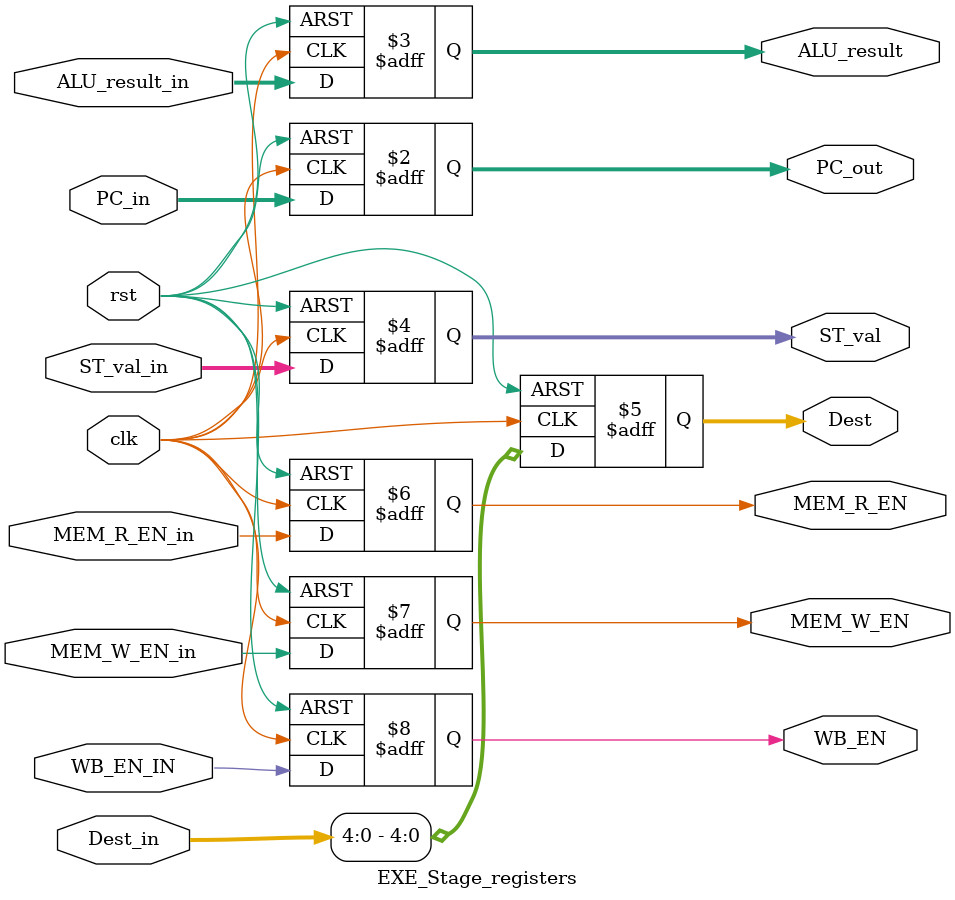
<source format=v>
module EXE_Stage_registers
  (
    input clk,
    input rst,

		input [31:0] PC_in,
		input [31:0] ALU_result_in,
		input [31:0] ST_val_in,
		input [31:0] Dest_in,

		input MEM_R_EN_in,
		input MEM_W_EN_in,
    input WB_EN_IN,

		output reg [31:0] PC_out,
		output reg [31:0] ALU_result,
		output reg [31:0] ST_val,
		output reg [4:0] Dest,

		output reg MEM_R_EN,
		output reg MEM_W_EN,
		output reg WB_EN
  );

  always @ (posedge clk or posedge rst ) begin
    if(rst) begin
      {PC_out,ALU_result,ST_val,Dest,MEM_R_EN,MEM_W_EN,WB_EN} <= 0;
    end else begin
      PC_out <= PC_in;
      ALU_result <= ALU_result_in;
      ST_val <= ST_val_in;
      Dest <= Dest_in;
      MEM_R_EN <= MEM_R_EN_in;
      MEM_W_EN <= MEM_W_EN_in;
      WB_EN <= WB_EN_IN;
    end
  end

endmodule

</source>
